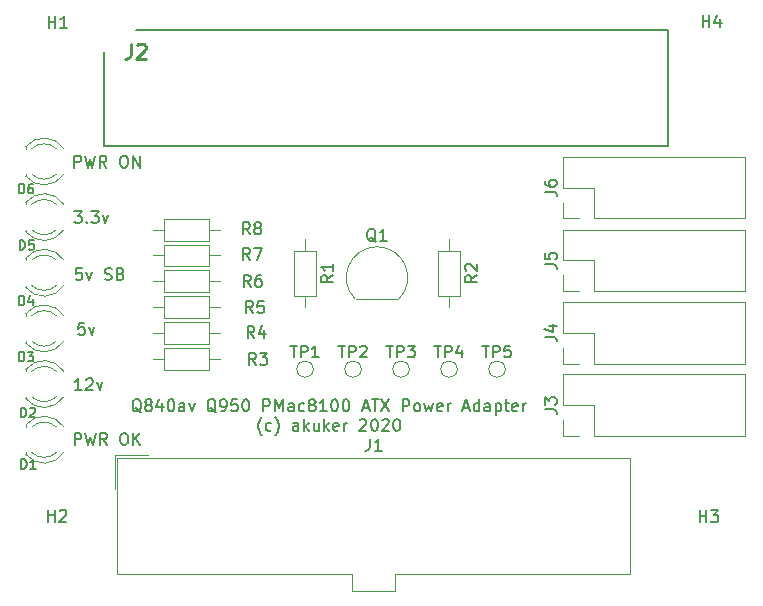
<source format=gbr>
%TF.GenerationSoftware,KiCad,Pcbnew,(5.1.6)-1*%
%TF.CreationDate,2020-09-16T20:02:01-05:00*%
%TF.ProjectId,asdf,61736466-2e6b-4696-9361-645f70636258,rev?*%
%TF.SameCoordinates,Original*%
%TF.FileFunction,Legend,Top*%
%TF.FilePolarity,Positive*%
%FSLAX46Y46*%
G04 Gerber Fmt 4.6, Leading zero omitted, Abs format (unit mm)*
G04 Created by KiCad (PCBNEW (5.1.6)-1) date 2020-09-16 20:02:01*
%MOMM*%
%LPD*%
G01*
G04 APERTURE LIST*
%ADD10C,0.150000*%
%ADD11C,0.120000*%
%ADD12C,0.200000*%
%ADD13C,0.254000*%
G04 APERTURE END LIST*
D10*
X82266238Y-92051619D02*
X82170999Y-92004000D01*
X82075761Y-91908761D01*
X81932904Y-91765904D01*
X81837666Y-91718285D01*
X81742428Y-91718285D01*
X81790047Y-91956380D02*
X81694809Y-91908761D01*
X81599571Y-91813523D01*
X81551952Y-91623047D01*
X81551952Y-91289714D01*
X81599571Y-91099238D01*
X81694809Y-91004000D01*
X81790047Y-90956380D01*
X81980523Y-90956380D01*
X82075761Y-91004000D01*
X82170999Y-91099238D01*
X82218619Y-91289714D01*
X82218619Y-91623047D01*
X82170999Y-91813523D01*
X82075761Y-91908761D01*
X81980523Y-91956380D01*
X81790047Y-91956380D01*
X82790047Y-91384952D02*
X82694809Y-91337333D01*
X82647190Y-91289714D01*
X82599571Y-91194476D01*
X82599571Y-91146857D01*
X82647190Y-91051619D01*
X82694809Y-91004000D01*
X82790047Y-90956380D01*
X82980523Y-90956380D01*
X83075761Y-91004000D01*
X83123380Y-91051619D01*
X83170999Y-91146857D01*
X83170999Y-91194476D01*
X83123380Y-91289714D01*
X83075761Y-91337333D01*
X82980523Y-91384952D01*
X82790047Y-91384952D01*
X82694809Y-91432571D01*
X82647190Y-91480190D01*
X82599571Y-91575428D01*
X82599571Y-91765904D01*
X82647190Y-91861142D01*
X82694809Y-91908761D01*
X82790047Y-91956380D01*
X82980523Y-91956380D01*
X83075761Y-91908761D01*
X83123380Y-91861142D01*
X83170999Y-91765904D01*
X83170999Y-91575428D01*
X83123380Y-91480190D01*
X83075761Y-91432571D01*
X82980523Y-91384952D01*
X84028142Y-91289714D02*
X84028142Y-91956380D01*
X83790047Y-90908761D02*
X83551952Y-91623047D01*
X84170999Y-91623047D01*
X84742428Y-90956380D02*
X84837666Y-90956380D01*
X84932904Y-91004000D01*
X84980523Y-91051619D01*
X85028142Y-91146857D01*
X85075761Y-91337333D01*
X85075761Y-91575428D01*
X85028142Y-91765904D01*
X84980523Y-91861142D01*
X84932904Y-91908761D01*
X84837666Y-91956380D01*
X84742428Y-91956380D01*
X84647190Y-91908761D01*
X84599571Y-91861142D01*
X84551952Y-91765904D01*
X84504333Y-91575428D01*
X84504333Y-91337333D01*
X84551952Y-91146857D01*
X84599571Y-91051619D01*
X84647190Y-91004000D01*
X84742428Y-90956380D01*
X85932904Y-91956380D02*
X85932904Y-91432571D01*
X85885285Y-91337333D01*
X85790047Y-91289714D01*
X85599571Y-91289714D01*
X85504333Y-91337333D01*
X85932904Y-91908761D02*
X85837666Y-91956380D01*
X85599571Y-91956380D01*
X85504333Y-91908761D01*
X85456714Y-91813523D01*
X85456714Y-91718285D01*
X85504333Y-91623047D01*
X85599571Y-91575428D01*
X85837666Y-91575428D01*
X85932904Y-91527809D01*
X86313857Y-91289714D02*
X86551952Y-91956380D01*
X86790047Y-91289714D01*
X88599571Y-92051619D02*
X88504333Y-92004000D01*
X88409095Y-91908761D01*
X88266238Y-91765904D01*
X88170999Y-91718285D01*
X88075761Y-91718285D01*
X88123380Y-91956380D02*
X88028142Y-91908761D01*
X87932904Y-91813523D01*
X87885285Y-91623047D01*
X87885285Y-91289714D01*
X87932904Y-91099238D01*
X88028142Y-91004000D01*
X88123380Y-90956380D01*
X88313857Y-90956380D01*
X88409095Y-91004000D01*
X88504333Y-91099238D01*
X88551952Y-91289714D01*
X88551952Y-91623047D01*
X88504333Y-91813523D01*
X88409095Y-91908761D01*
X88313857Y-91956380D01*
X88123380Y-91956380D01*
X89028142Y-91956380D02*
X89218619Y-91956380D01*
X89313857Y-91908761D01*
X89361476Y-91861142D01*
X89456714Y-91718285D01*
X89504333Y-91527809D01*
X89504333Y-91146857D01*
X89456714Y-91051619D01*
X89409095Y-91004000D01*
X89313857Y-90956380D01*
X89123380Y-90956380D01*
X89028142Y-91004000D01*
X88980523Y-91051619D01*
X88932904Y-91146857D01*
X88932904Y-91384952D01*
X88980523Y-91480190D01*
X89028142Y-91527809D01*
X89123380Y-91575428D01*
X89313857Y-91575428D01*
X89409095Y-91527809D01*
X89456714Y-91480190D01*
X89504333Y-91384952D01*
X90409095Y-90956380D02*
X89932904Y-90956380D01*
X89885285Y-91432571D01*
X89932904Y-91384952D01*
X90028142Y-91337333D01*
X90266238Y-91337333D01*
X90361476Y-91384952D01*
X90409095Y-91432571D01*
X90456714Y-91527809D01*
X90456714Y-91765904D01*
X90409095Y-91861142D01*
X90361476Y-91908761D01*
X90266238Y-91956380D01*
X90028142Y-91956380D01*
X89932904Y-91908761D01*
X89885285Y-91861142D01*
X91075761Y-90956380D02*
X91170999Y-90956380D01*
X91266238Y-91004000D01*
X91313857Y-91051619D01*
X91361476Y-91146857D01*
X91409095Y-91337333D01*
X91409095Y-91575428D01*
X91361476Y-91765904D01*
X91313857Y-91861142D01*
X91266238Y-91908761D01*
X91170999Y-91956380D01*
X91075761Y-91956380D01*
X90980523Y-91908761D01*
X90932904Y-91861142D01*
X90885285Y-91765904D01*
X90837666Y-91575428D01*
X90837666Y-91337333D01*
X90885285Y-91146857D01*
X90932904Y-91051619D01*
X90980523Y-91004000D01*
X91075761Y-90956380D01*
X92599571Y-91956380D02*
X92599571Y-90956380D01*
X92980523Y-90956380D01*
X93075761Y-91004000D01*
X93123380Y-91051619D01*
X93170999Y-91146857D01*
X93170999Y-91289714D01*
X93123380Y-91384952D01*
X93075761Y-91432571D01*
X92980523Y-91480190D01*
X92599571Y-91480190D01*
X93599571Y-91956380D02*
X93599571Y-90956380D01*
X93932904Y-91670666D01*
X94266238Y-90956380D01*
X94266238Y-91956380D01*
X95170999Y-91956380D02*
X95170999Y-91432571D01*
X95123380Y-91337333D01*
X95028142Y-91289714D01*
X94837666Y-91289714D01*
X94742428Y-91337333D01*
X95170999Y-91908761D02*
X95075761Y-91956380D01*
X94837666Y-91956380D01*
X94742428Y-91908761D01*
X94694809Y-91813523D01*
X94694809Y-91718285D01*
X94742428Y-91623047D01*
X94837666Y-91575428D01*
X95075761Y-91575428D01*
X95170999Y-91527809D01*
X96075761Y-91908761D02*
X95980523Y-91956380D01*
X95790047Y-91956380D01*
X95694809Y-91908761D01*
X95647190Y-91861142D01*
X95599571Y-91765904D01*
X95599571Y-91480190D01*
X95647190Y-91384952D01*
X95694809Y-91337333D01*
X95790047Y-91289714D01*
X95980523Y-91289714D01*
X96075761Y-91337333D01*
X96647190Y-91384952D02*
X96551952Y-91337333D01*
X96504333Y-91289714D01*
X96456714Y-91194476D01*
X96456714Y-91146857D01*
X96504333Y-91051619D01*
X96551952Y-91004000D01*
X96647190Y-90956380D01*
X96837666Y-90956380D01*
X96932904Y-91004000D01*
X96980523Y-91051619D01*
X97028142Y-91146857D01*
X97028142Y-91194476D01*
X96980523Y-91289714D01*
X96932904Y-91337333D01*
X96837666Y-91384952D01*
X96647190Y-91384952D01*
X96551952Y-91432571D01*
X96504333Y-91480190D01*
X96456714Y-91575428D01*
X96456714Y-91765904D01*
X96504333Y-91861142D01*
X96551952Y-91908761D01*
X96647190Y-91956380D01*
X96837666Y-91956380D01*
X96932904Y-91908761D01*
X96980523Y-91861142D01*
X97028142Y-91765904D01*
X97028142Y-91575428D01*
X96980523Y-91480190D01*
X96932904Y-91432571D01*
X96837666Y-91384952D01*
X97980523Y-91956380D02*
X97409095Y-91956380D01*
X97694809Y-91956380D02*
X97694809Y-90956380D01*
X97599571Y-91099238D01*
X97504333Y-91194476D01*
X97409095Y-91242095D01*
X98599571Y-90956380D02*
X98694809Y-90956380D01*
X98790047Y-91004000D01*
X98837666Y-91051619D01*
X98885285Y-91146857D01*
X98932904Y-91337333D01*
X98932904Y-91575428D01*
X98885285Y-91765904D01*
X98837666Y-91861142D01*
X98790047Y-91908761D01*
X98694809Y-91956380D01*
X98599571Y-91956380D01*
X98504333Y-91908761D01*
X98456714Y-91861142D01*
X98409095Y-91765904D01*
X98361476Y-91575428D01*
X98361476Y-91337333D01*
X98409095Y-91146857D01*
X98456714Y-91051619D01*
X98504333Y-91004000D01*
X98599571Y-90956380D01*
X99551952Y-90956380D02*
X99647190Y-90956380D01*
X99742428Y-91004000D01*
X99790047Y-91051619D01*
X99837666Y-91146857D01*
X99885285Y-91337333D01*
X99885285Y-91575428D01*
X99837666Y-91765904D01*
X99790047Y-91861142D01*
X99742428Y-91908761D01*
X99647190Y-91956380D01*
X99551952Y-91956380D01*
X99456714Y-91908761D01*
X99409095Y-91861142D01*
X99361476Y-91765904D01*
X99313857Y-91575428D01*
X99313857Y-91337333D01*
X99361476Y-91146857D01*
X99409095Y-91051619D01*
X99456714Y-91004000D01*
X99551952Y-90956380D01*
X101028142Y-91670666D02*
X101504333Y-91670666D01*
X100932904Y-91956380D02*
X101266238Y-90956380D01*
X101599571Y-91956380D01*
X101790047Y-90956380D02*
X102361476Y-90956380D01*
X102075761Y-91956380D02*
X102075761Y-90956380D01*
X102599571Y-90956380D02*
X103266238Y-91956380D01*
X103266238Y-90956380D02*
X102599571Y-91956380D01*
X104409095Y-91956380D02*
X104409095Y-90956380D01*
X104790047Y-90956380D01*
X104885285Y-91004000D01*
X104932904Y-91051619D01*
X104980523Y-91146857D01*
X104980523Y-91289714D01*
X104932904Y-91384952D01*
X104885285Y-91432571D01*
X104790047Y-91480190D01*
X104409095Y-91480190D01*
X105551952Y-91956380D02*
X105456714Y-91908761D01*
X105409095Y-91861142D01*
X105361476Y-91765904D01*
X105361476Y-91480190D01*
X105409095Y-91384952D01*
X105456714Y-91337333D01*
X105551952Y-91289714D01*
X105694809Y-91289714D01*
X105790047Y-91337333D01*
X105837666Y-91384952D01*
X105885285Y-91480190D01*
X105885285Y-91765904D01*
X105837666Y-91861142D01*
X105790047Y-91908761D01*
X105694809Y-91956380D01*
X105551952Y-91956380D01*
X106218619Y-91289714D02*
X106409095Y-91956380D01*
X106599571Y-91480190D01*
X106790047Y-91956380D01*
X106980523Y-91289714D01*
X107742428Y-91908761D02*
X107647190Y-91956380D01*
X107456714Y-91956380D01*
X107361476Y-91908761D01*
X107313857Y-91813523D01*
X107313857Y-91432571D01*
X107361476Y-91337333D01*
X107456714Y-91289714D01*
X107647190Y-91289714D01*
X107742428Y-91337333D01*
X107790047Y-91432571D01*
X107790047Y-91527809D01*
X107313857Y-91623047D01*
X108218619Y-91956380D02*
X108218619Y-91289714D01*
X108218619Y-91480190D02*
X108266238Y-91384952D01*
X108313857Y-91337333D01*
X108409095Y-91289714D01*
X108504333Y-91289714D01*
X109551952Y-91670666D02*
X110028142Y-91670666D01*
X109456714Y-91956380D02*
X109790047Y-90956380D01*
X110123380Y-91956380D01*
X110885285Y-91956380D02*
X110885285Y-90956380D01*
X110885285Y-91908761D02*
X110790047Y-91956380D01*
X110599571Y-91956380D01*
X110504333Y-91908761D01*
X110456714Y-91861142D01*
X110409095Y-91765904D01*
X110409095Y-91480190D01*
X110456714Y-91384952D01*
X110504333Y-91337333D01*
X110599571Y-91289714D01*
X110790047Y-91289714D01*
X110885285Y-91337333D01*
X111790047Y-91956380D02*
X111790047Y-91432571D01*
X111742428Y-91337333D01*
X111647190Y-91289714D01*
X111456714Y-91289714D01*
X111361476Y-91337333D01*
X111790047Y-91908761D02*
X111694809Y-91956380D01*
X111456714Y-91956380D01*
X111361476Y-91908761D01*
X111313857Y-91813523D01*
X111313857Y-91718285D01*
X111361476Y-91623047D01*
X111456714Y-91575428D01*
X111694809Y-91575428D01*
X111790047Y-91527809D01*
X112266238Y-91289714D02*
X112266238Y-92289714D01*
X112266238Y-91337333D02*
X112361476Y-91289714D01*
X112551952Y-91289714D01*
X112647190Y-91337333D01*
X112694809Y-91384952D01*
X112742428Y-91480190D01*
X112742428Y-91765904D01*
X112694809Y-91861142D01*
X112647190Y-91908761D01*
X112551952Y-91956380D01*
X112361476Y-91956380D01*
X112266238Y-91908761D01*
X113028142Y-91289714D02*
X113409095Y-91289714D01*
X113170999Y-90956380D02*
X113170999Y-91813523D01*
X113218619Y-91908761D01*
X113313857Y-91956380D01*
X113409095Y-91956380D01*
X114123380Y-91908761D02*
X114028142Y-91956380D01*
X113837666Y-91956380D01*
X113742428Y-91908761D01*
X113694809Y-91813523D01*
X113694809Y-91432571D01*
X113742428Y-91337333D01*
X113837666Y-91289714D01*
X114028142Y-91289714D01*
X114123380Y-91337333D01*
X114170999Y-91432571D01*
X114170999Y-91527809D01*
X113694809Y-91623047D01*
X114599571Y-91956380D02*
X114599571Y-91289714D01*
X114599571Y-91480190D02*
X114647190Y-91384952D01*
X114694809Y-91337333D01*
X114790047Y-91289714D01*
X114885285Y-91289714D01*
X92480523Y-93987333D02*
X92432904Y-93939714D01*
X92337666Y-93796857D01*
X92290047Y-93701619D01*
X92242428Y-93558761D01*
X92194809Y-93320666D01*
X92194809Y-93130190D01*
X92242428Y-92892095D01*
X92290047Y-92749238D01*
X92337666Y-92654000D01*
X92432904Y-92511142D01*
X92480523Y-92463523D01*
X93290047Y-93558761D02*
X93194809Y-93606380D01*
X93004333Y-93606380D01*
X92909095Y-93558761D01*
X92861476Y-93511142D01*
X92813857Y-93415904D01*
X92813857Y-93130190D01*
X92861476Y-93034952D01*
X92909095Y-92987333D01*
X93004333Y-92939714D01*
X93194809Y-92939714D01*
X93290047Y-92987333D01*
X93623380Y-93987333D02*
X93671000Y-93939714D01*
X93766238Y-93796857D01*
X93813857Y-93701619D01*
X93861476Y-93558761D01*
X93909095Y-93320666D01*
X93909095Y-93130190D01*
X93861476Y-92892095D01*
X93813857Y-92749238D01*
X93766238Y-92654000D01*
X93671000Y-92511142D01*
X93623380Y-92463523D01*
X95575761Y-93606380D02*
X95575761Y-93082571D01*
X95528142Y-92987333D01*
X95432904Y-92939714D01*
X95242428Y-92939714D01*
X95147190Y-92987333D01*
X95575761Y-93558761D02*
X95480523Y-93606380D01*
X95242428Y-93606380D01*
X95147190Y-93558761D01*
X95099571Y-93463523D01*
X95099571Y-93368285D01*
X95147190Y-93273047D01*
X95242428Y-93225428D01*
X95480523Y-93225428D01*
X95575761Y-93177809D01*
X96051952Y-93606380D02*
X96051952Y-92606380D01*
X96147190Y-93225428D02*
X96432904Y-93606380D01*
X96432904Y-92939714D02*
X96051952Y-93320666D01*
X97290047Y-92939714D02*
X97290047Y-93606380D01*
X96861476Y-92939714D02*
X96861476Y-93463523D01*
X96909095Y-93558761D01*
X97004333Y-93606380D01*
X97147190Y-93606380D01*
X97242428Y-93558761D01*
X97290047Y-93511142D01*
X97766238Y-93606380D02*
X97766238Y-92606380D01*
X97861476Y-93225428D02*
X98147190Y-93606380D01*
X98147190Y-92939714D02*
X97766238Y-93320666D01*
X98956714Y-93558761D02*
X98861476Y-93606380D01*
X98671000Y-93606380D01*
X98575761Y-93558761D01*
X98528142Y-93463523D01*
X98528142Y-93082571D01*
X98575761Y-92987333D01*
X98671000Y-92939714D01*
X98861476Y-92939714D01*
X98956714Y-92987333D01*
X99004333Y-93082571D01*
X99004333Y-93177809D01*
X98528142Y-93273047D01*
X99432904Y-93606380D02*
X99432904Y-92939714D01*
X99432904Y-93130190D02*
X99480523Y-93034952D01*
X99528142Y-92987333D01*
X99623380Y-92939714D01*
X99718619Y-92939714D01*
X100766238Y-92701619D02*
X100813857Y-92654000D01*
X100909095Y-92606380D01*
X101147190Y-92606380D01*
X101242428Y-92654000D01*
X101290047Y-92701619D01*
X101337666Y-92796857D01*
X101337666Y-92892095D01*
X101290047Y-93034952D01*
X100718619Y-93606380D01*
X101337666Y-93606380D01*
X101956714Y-92606380D02*
X102051952Y-92606380D01*
X102147190Y-92654000D01*
X102194809Y-92701619D01*
X102242428Y-92796857D01*
X102290047Y-92987333D01*
X102290047Y-93225428D01*
X102242428Y-93415904D01*
X102194809Y-93511142D01*
X102147190Y-93558761D01*
X102051952Y-93606380D01*
X101956714Y-93606380D01*
X101861476Y-93558761D01*
X101813857Y-93511142D01*
X101766238Y-93415904D01*
X101718619Y-93225428D01*
X101718619Y-92987333D01*
X101766238Y-92796857D01*
X101813857Y-92701619D01*
X101861476Y-92654000D01*
X101956714Y-92606380D01*
X102671000Y-92701619D02*
X102718619Y-92654000D01*
X102813857Y-92606380D01*
X103051952Y-92606380D01*
X103147190Y-92654000D01*
X103194809Y-92701619D01*
X103242428Y-92796857D01*
X103242428Y-92892095D01*
X103194809Y-93034952D01*
X102623380Y-93606380D01*
X103242428Y-93606380D01*
X103861476Y-92606380D02*
X103956714Y-92606380D01*
X104051952Y-92654000D01*
X104099571Y-92701619D01*
X104147190Y-92796857D01*
X104194809Y-92987333D01*
X104194809Y-93225428D01*
X104147190Y-93415904D01*
X104099571Y-93511142D01*
X104051952Y-93558761D01*
X103956714Y-93606380D01*
X103861476Y-93606380D01*
X103766238Y-93558761D01*
X103718619Y-93511142D01*
X103671000Y-93415904D01*
X103623380Y-93225428D01*
X103623380Y-92987333D01*
X103671000Y-92796857D01*
X103718619Y-92701619D01*
X103766238Y-92654000D01*
X103861476Y-92606380D01*
X76636904Y-94813380D02*
X76636904Y-93813380D01*
X77017857Y-93813380D01*
X77113095Y-93861000D01*
X77160714Y-93908619D01*
X77208333Y-94003857D01*
X77208333Y-94146714D01*
X77160714Y-94241952D01*
X77113095Y-94289571D01*
X77017857Y-94337190D01*
X76636904Y-94337190D01*
X77541666Y-93813380D02*
X77779761Y-94813380D01*
X77970238Y-94099095D01*
X78160714Y-94813380D01*
X78398809Y-93813380D01*
X79351190Y-94813380D02*
X79017857Y-94337190D01*
X78779761Y-94813380D02*
X78779761Y-93813380D01*
X79160714Y-93813380D01*
X79255952Y-93861000D01*
X79303571Y-93908619D01*
X79351190Y-94003857D01*
X79351190Y-94146714D01*
X79303571Y-94241952D01*
X79255952Y-94289571D01*
X79160714Y-94337190D01*
X78779761Y-94337190D01*
X80732142Y-93813380D02*
X80922619Y-93813380D01*
X81017857Y-93861000D01*
X81113095Y-93956238D01*
X81160714Y-94146714D01*
X81160714Y-94480047D01*
X81113095Y-94670523D01*
X81017857Y-94765761D01*
X80922619Y-94813380D01*
X80732142Y-94813380D01*
X80636904Y-94765761D01*
X80541666Y-94670523D01*
X80494047Y-94480047D01*
X80494047Y-94146714D01*
X80541666Y-93956238D01*
X80636904Y-93861000D01*
X80732142Y-93813380D01*
X81589285Y-94813380D02*
X81589285Y-93813380D01*
X82160714Y-94813380D02*
X81732142Y-94241952D01*
X82160714Y-93813380D02*
X81589285Y-94384809D01*
X77216071Y-90177880D02*
X76644642Y-90177880D01*
X76930357Y-90177880D02*
X76930357Y-89177880D01*
X76835119Y-89320738D01*
X76739880Y-89415976D01*
X76644642Y-89463595D01*
X77597023Y-89273119D02*
X77644642Y-89225500D01*
X77739880Y-89177880D01*
X77977976Y-89177880D01*
X78073214Y-89225500D01*
X78120833Y-89273119D01*
X78168452Y-89368357D01*
X78168452Y-89463595D01*
X78120833Y-89606452D01*
X77549404Y-90177880D01*
X78168452Y-90177880D01*
X78501785Y-89511214D02*
X78739880Y-90177880D01*
X78977976Y-89511214D01*
X77454142Y-84478880D02*
X76977952Y-84478880D01*
X76930333Y-84955071D01*
X76977952Y-84907452D01*
X77073190Y-84859833D01*
X77311285Y-84859833D01*
X77406523Y-84907452D01*
X77454142Y-84955071D01*
X77501761Y-85050309D01*
X77501761Y-85288404D01*
X77454142Y-85383642D01*
X77406523Y-85431261D01*
X77311285Y-85478880D01*
X77073190Y-85478880D01*
X76977952Y-85431261D01*
X76930333Y-85383642D01*
X77835095Y-84812214D02*
X78073190Y-85478880D01*
X78311285Y-84812214D01*
X77240000Y-79843380D02*
X76763809Y-79843380D01*
X76716190Y-80319571D01*
X76763809Y-80271952D01*
X76859047Y-80224333D01*
X77097142Y-80224333D01*
X77192380Y-80271952D01*
X77240000Y-80319571D01*
X77287619Y-80414809D01*
X77287619Y-80652904D01*
X77240000Y-80748142D01*
X77192380Y-80795761D01*
X77097142Y-80843380D01*
X76859047Y-80843380D01*
X76763809Y-80795761D01*
X76716190Y-80748142D01*
X77620952Y-80176714D02*
X77859047Y-80843380D01*
X78097142Y-80176714D01*
X79192380Y-80795761D02*
X79335238Y-80843380D01*
X79573333Y-80843380D01*
X79668571Y-80795761D01*
X79716190Y-80748142D01*
X79763809Y-80652904D01*
X79763809Y-80557666D01*
X79716190Y-80462428D01*
X79668571Y-80414809D01*
X79573333Y-80367190D01*
X79382857Y-80319571D01*
X79287619Y-80271952D01*
X79240000Y-80224333D01*
X79192380Y-80129095D01*
X79192380Y-80033857D01*
X79240000Y-79938619D01*
X79287619Y-79891000D01*
X79382857Y-79843380D01*
X79620952Y-79843380D01*
X79763809Y-79891000D01*
X80525714Y-80319571D02*
X80668571Y-80367190D01*
X80716190Y-80414809D01*
X80763809Y-80510047D01*
X80763809Y-80652904D01*
X80716190Y-80748142D01*
X80668571Y-80795761D01*
X80573333Y-80843380D01*
X80192380Y-80843380D01*
X80192380Y-79843380D01*
X80525714Y-79843380D01*
X80620952Y-79891000D01*
X80668571Y-79938619D01*
X80716190Y-80033857D01*
X80716190Y-80129095D01*
X80668571Y-80224333D01*
X80620952Y-80271952D01*
X80525714Y-80319571D01*
X80192380Y-80319571D01*
X76612928Y-75017380D02*
X77231976Y-75017380D01*
X76898642Y-75398333D01*
X77041500Y-75398333D01*
X77136738Y-75445952D01*
X77184357Y-75493571D01*
X77231976Y-75588809D01*
X77231976Y-75826904D01*
X77184357Y-75922142D01*
X77136738Y-75969761D01*
X77041500Y-76017380D01*
X76755785Y-76017380D01*
X76660547Y-75969761D01*
X76612928Y-75922142D01*
X77660547Y-75922142D02*
X77708166Y-75969761D01*
X77660547Y-76017380D01*
X77612928Y-75969761D01*
X77660547Y-75922142D01*
X77660547Y-76017380D01*
X78041500Y-75017380D02*
X78660547Y-75017380D01*
X78327214Y-75398333D01*
X78470071Y-75398333D01*
X78565309Y-75445952D01*
X78612928Y-75493571D01*
X78660547Y-75588809D01*
X78660547Y-75826904D01*
X78612928Y-75922142D01*
X78565309Y-75969761D01*
X78470071Y-76017380D01*
X78184357Y-76017380D01*
X78089119Y-75969761D01*
X78041500Y-75922142D01*
X78993880Y-75350714D02*
X79231976Y-76017380D01*
X79470071Y-75350714D01*
X76613095Y-71318380D02*
X76613095Y-70318380D01*
X76994047Y-70318380D01*
X77089285Y-70366000D01*
X77136904Y-70413619D01*
X77184523Y-70508857D01*
X77184523Y-70651714D01*
X77136904Y-70746952D01*
X77089285Y-70794571D01*
X76994047Y-70842190D01*
X76613095Y-70842190D01*
X77517857Y-70318380D02*
X77755952Y-71318380D01*
X77946428Y-70604095D01*
X78136904Y-71318380D01*
X78375000Y-70318380D01*
X79327380Y-71318380D02*
X78994047Y-70842190D01*
X78755952Y-71318380D02*
X78755952Y-70318380D01*
X79136904Y-70318380D01*
X79232142Y-70366000D01*
X79279761Y-70413619D01*
X79327380Y-70508857D01*
X79327380Y-70651714D01*
X79279761Y-70746952D01*
X79232142Y-70794571D01*
X79136904Y-70842190D01*
X78755952Y-70842190D01*
X80708333Y-70318380D02*
X80898809Y-70318380D01*
X80994047Y-70366000D01*
X81089285Y-70461238D01*
X81136904Y-70651714D01*
X81136904Y-70985047D01*
X81089285Y-71175523D01*
X80994047Y-71270761D01*
X80898809Y-71318380D01*
X80708333Y-71318380D01*
X80613095Y-71270761D01*
X80517857Y-71175523D01*
X80470238Y-70985047D01*
X80470238Y-70651714D01*
X80517857Y-70461238D01*
X80613095Y-70366000D01*
X80708333Y-70318380D01*
X81565476Y-71318380D02*
X81565476Y-70318380D01*
X82136904Y-71318380D01*
X82136904Y-70318380D01*
D11*
%TO.C,J6*%
X133346500Y-75625000D02*
X133346500Y-70425000D01*
X120586500Y-75625000D02*
X133346500Y-75625000D01*
X117986500Y-70425000D02*
X133346500Y-70425000D01*
X120586500Y-75625000D02*
X120586500Y-73025000D01*
X120586500Y-73025000D02*
X117986500Y-73025000D01*
X117986500Y-73025000D02*
X117986500Y-70425000D01*
X119316500Y-75625000D02*
X117986500Y-75625000D01*
X117986500Y-75625000D02*
X117986500Y-74295000D01*
%TO.C,J5*%
X133346500Y-81784500D02*
X133346500Y-76584500D01*
X120586500Y-81784500D02*
X133346500Y-81784500D01*
X117986500Y-76584500D02*
X133346500Y-76584500D01*
X120586500Y-81784500D02*
X120586500Y-79184500D01*
X120586500Y-79184500D02*
X117986500Y-79184500D01*
X117986500Y-79184500D02*
X117986500Y-76584500D01*
X119316500Y-81784500D02*
X117986500Y-81784500D01*
X117986500Y-81784500D02*
X117986500Y-80454500D01*
%TO.C,J4*%
X133346500Y-87919500D02*
X133346500Y-82719500D01*
X120586500Y-87919500D02*
X133346500Y-87919500D01*
X117986500Y-82719500D02*
X133346500Y-82719500D01*
X120586500Y-87919500D02*
X120586500Y-85319500D01*
X120586500Y-85319500D02*
X117986500Y-85319500D01*
X117986500Y-85319500D02*
X117986500Y-82719500D01*
X119316500Y-87919500D02*
X117986500Y-87919500D01*
X117986500Y-87919500D02*
X117986500Y-86589500D01*
%TO.C,J3*%
X133346500Y-94040000D02*
X133346500Y-88840000D01*
X120586500Y-94040000D02*
X133346500Y-94040000D01*
X117986500Y-88840000D02*
X133346500Y-88840000D01*
X120586500Y-94040000D02*
X120586500Y-91440000D01*
X120586500Y-91440000D02*
X117986500Y-91440000D01*
X117986500Y-91440000D02*
X117986500Y-88840000D01*
X119316500Y-94040000D02*
X117986500Y-94040000D01*
X117986500Y-94040000D02*
X117986500Y-92710000D01*
%TO.C,TP5*%
X113095000Y-88392000D02*
G75*
G03*
X113095000Y-88392000I-700000J0D01*
G01*
%TO.C,TP4*%
X109031000Y-88392000D02*
G75*
G03*
X109031000Y-88392000I-700000J0D01*
G01*
%TO.C,TP3*%
X104967000Y-88392000D02*
G75*
G03*
X104967000Y-88392000I-700000J0D01*
G01*
%TO.C,TP2*%
X100903000Y-88392000D02*
G75*
G03*
X100903000Y-88392000I-700000J0D01*
G01*
%TO.C,TP1*%
X96839000Y-88392000D02*
G75*
G03*
X96839000Y-88392000I-700000J0D01*
G01*
%TO.C,R8*%
X88026000Y-77501000D02*
X88026000Y-75661000D01*
X88026000Y-75661000D02*
X84186000Y-75661000D01*
X84186000Y-75661000D02*
X84186000Y-77501000D01*
X84186000Y-77501000D02*
X88026000Y-77501000D01*
X88976000Y-76581000D02*
X88026000Y-76581000D01*
X83236000Y-76581000D02*
X84186000Y-76581000D01*
%TO.C,R7*%
X88026000Y-79685400D02*
X88026000Y-77845400D01*
X88026000Y-77845400D02*
X84186000Y-77845400D01*
X84186000Y-77845400D02*
X84186000Y-79685400D01*
X84186000Y-79685400D02*
X88026000Y-79685400D01*
X88976000Y-78765400D02*
X88026000Y-78765400D01*
X83236000Y-78765400D02*
X84186000Y-78765400D01*
%TO.C,R6*%
X88026000Y-81869800D02*
X88026000Y-80029800D01*
X88026000Y-80029800D02*
X84186000Y-80029800D01*
X84186000Y-80029800D02*
X84186000Y-81869800D01*
X84186000Y-81869800D02*
X88026000Y-81869800D01*
X88976000Y-80949800D02*
X88026000Y-80949800D01*
X83236000Y-80949800D02*
X84186000Y-80949800D01*
%TO.C,R5*%
X88026000Y-84054200D02*
X88026000Y-82214200D01*
X88026000Y-82214200D02*
X84186000Y-82214200D01*
X84186000Y-82214200D02*
X84186000Y-84054200D01*
X84186000Y-84054200D02*
X88026000Y-84054200D01*
X88976000Y-83134200D02*
X88026000Y-83134200D01*
X83236000Y-83134200D02*
X84186000Y-83134200D01*
%TO.C,R4*%
X88026000Y-86238600D02*
X88026000Y-84398600D01*
X88026000Y-84398600D02*
X84186000Y-84398600D01*
X84186000Y-84398600D02*
X84186000Y-86238600D01*
X84186000Y-86238600D02*
X88026000Y-86238600D01*
X88976000Y-85318600D02*
X88026000Y-85318600D01*
X83236000Y-85318600D02*
X84186000Y-85318600D01*
%TO.C,R3*%
X88026000Y-88423000D02*
X88026000Y-86583000D01*
X88026000Y-86583000D02*
X84186000Y-86583000D01*
X84186000Y-86583000D02*
X84186000Y-88423000D01*
X84186000Y-88423000D02*
X88026000Y-88423000D01*
X88976000Y-87503000D02*
X88026000Y-87503000D01*
X83236000Y-87503000D02*
X84186000Y-87503000D01*
%TO.C,R2*%
X109251000Y-78344000D02*
X107411000Y-78344000D01*
X107411000Y-78344000D02*
X107411000Y-82184000D01*
X107411000Y-82184000D02*
X109251000Y-82184000D01*
X109251000Y-82184000D02*
X109251000Y-78344000D01*
X108331000Y-77394000D02*
X108331000Y-78344000D01*
X108331000Y-83134000D02*
X108331000Y-82184000D01*
%TO.C,R1*%
X97059000Y-78344000D02*
X95219000Y-78344000D01*
X95219000Y-78344000D02*
X95219000Y-82184000D01*
X95219000Y-82184000D02*
X97059000Y-82184000D01*
X97059000Y-82184000D02*
X97059000Y-78344000D01*
X96139000Y-77394000D02*
X96139000Y-78344000D01*
X96139000Y-83134000D02*
X96139000Y-82184000D01*
%TO.C,Q1*%
X104073478Y-82462478D02*
G75*
G03*
X102235000Y-78024000I-1838478J1838478D01*
G01*
X100396522Y-82462478D02*
G75*
G02*
X102235000Y-78024000I1838478J1838478D01*
G01*
X100435000Y-82474000D02*
X104035000Y-82474000D01*
%TO.C,D6*%
X75082130Y-71882337D02*
G75*
G02*
X73000039Y-71882500I-1041130J1079837D01*
G01*
X75082130Y-69722663D02*
G75*
G03*
X73000039Y-69722500I-1041130J-1079837D01*
G01*
X75713335Y-71881108D02*
G75*
G02*
X72481000Y-72038016I-1672335J1078608D01*
G01*
X75713335Y-69723892D02*
G75*
G03*
X72481000Y-69566984I-1672335J-1078608D01*
G01*
X72481000Y-69566500D02*
X72481000Y-69722500D01*
X72481000Y-71882500D02*
X72481000Y-72038500D01*
%TO.C,D5*%
X75082130Y-76594037D02*
G75*
G02*
X73000039Y-76594200I-1041130J1079837D01*
G01*
X75082130Y-74434363D02*
G75*
G03*
X73000039Y-74434200I-1041130J-1079837D01*
G01*
X75713335Y-76592808D02*
G75*
G02*
X72481000Y-76749716I-1672335J1078608D01*
G01*
X75713335Y-74435592D02*
G75*
G03*
X72481000Y-74278684I-1672335J-1078608D01*
G01*
X72481000Y-74278200D02*
X72481000Y-74434200D01*
X72481000Y-76594200D02*
X72481000Y-76750200D01*
%TO.C,D4*%
X75082130Y-81305737D02*
G75*
G02*
X73000039Y-81305900I-1041130J1079837D01*
G01*
X75082130Y-79146063D02*
G75*
G03*
X73000039Y-79145900I-1041130J-1079837D01*
G01*
X75713335Y-81304508D02*
G75*
G02*
X72481000Y-81461416I-1672335J1078608D01*
G01*
X75713335Y-79147292D02*
G75*
G03*
X72481000Y-78990384I-1672335J-1078608D01*
G01*
X72481000Y-78989900D02*
X72481000Y-79145900D01*
X72481000Y-81305900D02*
X72481000Y-81461900D01*
%TO.C,D3*%
X75082130Y-86017437D02*
G75*
G02*
X73000039Y-86017600I-1041130J1079837D01*
G01*
X75082130Y-83857763D02*
G75*
G03*
X73000039Y-83857600I-1041130J-1079837D01*
G01*
X75713335Y-86016208D02*
G75*
G02*
X72481000Y-86173116I-1672335J1078608D01*
G01*
X75713335Y-83858992D02*
G75*
G03*
X72481000Y-83702084I-1672335J-1078608D01*
G01*
X72481000Y-83701600D02*
X72481000Y-83857600D01*
X72481000Y-86017600D02*
X72481000Y-86173600D01*
%TO.C,D2*%
X75082130Y-90729137D02*
G75*
G02*
X73000039Y-90729300I-1041130J1079837D01*
G01*
X75082130Y-88569463D02*
G75*
G03*
X73000039Y-88569300I-1041130J-1079837D01*
G01*
X75713335Y-90727908D02*
G75*
G02*
X72481000Y-90884816I-1672335J1078608D01*
G01*
X75713335Y-88570692D02*
G75*
G03*
X72481000Y-88413784I-1672335J-1078608D01*
G01*
X72481000Y-88413300D02*
X72481000Y-88569300D01*
X72481000Y-90729300D02*
X72481000Y-90885300D01*
%TO.C,D1*%
X75082130Y-95440837D02*
G75*
G02*
X73000039Y-95441000I-1041130J1079837D01*
G01*
X75082130Y-93281163D02*
G75*
G03*
X73000039Y-93281000I-1041130J-1079837D01*
G01*
X75713335Y-95439608D02*
G75*
G02*
X72481000Y-95596516I-1672335J1078608D01*
G01*
X75713335Y-93282392D02*
G75*
G03*
X72481000Y-93125484I-1672335J-1078608D01*
G01*
X72481000Y-93125000D02*
X72481000Y-93281000D01*
X72481000Y-95441000D02*
X72481000Y-95597000D01*
D12*
%TO.C,J2*%
X79088000Y-69481500D02*
X79088000Y-61531500D01*
X126888000Y-69481500D02*
X79088000Y-69481500D01*
X126888000Y-59681500D02*
X126888000Y-69481500D01*
X81788000Y-59681500D02*
X126888000Y-59681500D01*
D11*
%TO.C,J1*%
X80008000Y-95698000D02*
X80008000Y-98548000D01*
X82858000Y-95698000D02*
X80008000Y-95698000D01*
X103768000Y-107158000D02*
X101958000Y-107158000D01*
X103768000Y-105758000D02*
X103768000Y-107158000D01*
X123668000Y-105758000D02*
X103768000Y-105758000D01*
X123668000Y-95938000D02*
X123668000Y-105758000D01*
X101958000Y-95938000D02*
X123668000Y-95938000D01*
X100148000Y-107158000D02*
X101958000Y-107158000D01*
X100148000Y-105758000D02*
X100148000Y-107158000D01*
X80248000Y-105758000D02*
X100148000Y-105758000D01*
X80248000Y-95938000D02*
X80248000Y-105758000D01*
X101958000Y-95938000D02*
X80248000Y-95938000D01*
%TO.C,H4*%
D10*
X129794095Y-59426880D02*
X129794095Y-58426880D01*
X129794095Y-58903071D02*
X130365523Y-58903071D01*
X130365523Y-59426880D02*
X130365523Y-58426880D01*
X131270285Y-58760214D02*
X131270285Y-59426880D01*
X131032190Y-58379261D02*
X130794095Y-59093547D01*
X131413142Y-59093547D01*
%TO.C,H3*%
X129540095Y-101336880D02*
X129540095Y-100336880D01*
X129540095Y-100813071D02*
X130111523Y-100813071D01*
X130111523Y-101336880D02*
X130111523Y-100336880D01*
X130492476Y-100336880D02*
X131111523Y-100336880D01*
X130778190Y-100717833D01*
X130921047Y-100717833D01*
X131016285Y-100765452D01*
X131063904Y-100813071D01*
X131111523Y-100908309D01*
X131111523Y-101146404D01*
X131063904Y-101241642D01*
X131016285Y-101289261D01*
X130921047Y-101336880D01*
X130635333Y-101336880D01*
X130540095Y-101289261D01*
X130492476Y-101241642D01*
%TO.C,H2*%
X74358595Y-101301880D02*
X74358595Y-100301880D01*
X74358595Y-100778071D02*
X74930023Y-100778071D01*
X74930023Y-101301880D02*
X74930023Y-100301880D01*
X75358595Y-100397119D02*
X75406214Y-100349500D01*
X75501452Y-100301880D01*
X75739547Y-100301880D01*
X75834785Y-100349500D01*
X75882404Y-100397119D01*
X75930023Y-100492357D01*
X75930023Y-100587595D01*
X75882404Y-100730452D01*
X75310976Y-101301880D01*
X75930023Y-101301880D01*
%TO.C,H1*%
X74422095Y-59490380D02*
X74422095Y-58490380D01*
X74422095Y-58966571D02*
X74993523Y-58966571D01*
X74993523Y-59490380D02*
X74993523Y-58490380D01*
X75993523Y-59490380D02*
X75422095Y-59490380D01*
X75707809Y-59490380D02*
X75707809Y-58490380D01*
X75612571Y-58633238D01*
X75517333Y-58728476D01*
X75422095Y-58776095D01*
%TO.C,J6*%
X116438880Y-73358333D02*
X117153166Y-73358333D01*
X117296023Y-73405952D01*
X117391261Y-73501190D01*
X117438880Y-73644047D01*
X117438880Y-73739285D01*
X116438880Y-72453571D02*
X116438880Y-72644047D01*
X116486500Y-72739285D01*
X116534119Y-72786904D01*
X116676976Y-72882142D01*
X116867452Y-72929761D01*
X117248404Y-72929761D01*
X117343642Y-72882142D01*
X117391261Y-72834523D01*
X117438880Y-72739285D01*
X117438880Y-72548809D01*
X117391261Y-72453571D01*
X117343642Y-72405952D01*
X117248404Y-72358333D01*
X117010309Y-72358333D01*
X116915071Y-72405952D01*
X116867452Y-72453571D01*
X116819833Y-72548809D01*
X116819833Y-72739285D01*
X116867452Y-72834523D01*
X116915071Y-72882142D01*
X117010309Y-72929761D01*
%TO.C,J5*%
X116438880Y-79517833D02*
X117153166Y-79517833D01*
X117296023Y-79565452D01*
X117391261Y-79660690D01*
X117438880Y-79803547D01*
X117438880Y-79898785D01*
X116438880Y-78565452D02*
X116438880Y-79041642D01*
X116915071Y-79089261D01*
X116867452Y-79041642D01*
X116819833Y-78946404D01*
X116819833Y-78708309D01*
X116867452Y-78613071D01*
X116915071Y-78565452D01*
X117010309Y-78517833D01*
X117248404Y-78517833D01*
X117343642Y-78565452D01*
X117391261Y-78613071D01*
X117438880Y-78708309D01*
X117438880Y-78946404D01*
X117391261Y-79041642D01*
X117343642Y-79089261D01*
%TO.C,J4*%
X116438880Y-85652833D02*
X117153166Y-85652833D01*
X117296023Y-85700452D01*
X117391261Y-85795690D01*
X117438880Y-85938547D01*
X117438880Y-86033785D01*
X116772214Y-84748071D02*
X117438880Y-84748071D01*
X116391261Y-84986166D02*
X117105547Y-85224261D01*
X117105547Y-84605214D01*
%TO.C,J3*%
X116438880Y-91773333D02*
X117153166Y-91773333D01*
X117296023Y-91820952D01*
X117391261Y-91916190D01*
X117438880Y-92059047D01*
X117438880Y-92154285D01*
X116438880Y-91392380D02*
X116438880Y-90773333D01*
X116819833Y-91106666D01*
X116819833Y-90963809D01*
X116867452Y-90868571D01*
X116915071Y-90820952D01*
X117010309Y-90773333D01*
X117248404Y-90773333D01*
X117343642Y-90820952D01*
X117391261Y-90868571D01*
X117438880Y-90963809D01*
X117438880Y-91249523D01*
X117391261Y-91344761D01*
X117343642Y-91392380D01*
%TO.C,TP5*%
X111133095Y-86396380D02*
X111704523Y-86396380D01*
X111418809Y-87396380D02*
X111418809Y-86396380D01*
X112037857Y-87396380D02*
X112037857Y-86396380D01*
X112418809Y-86396380D01*
X112514047Y-86444000D01*
X112561666Y-86491619D01*
X112609285Y-86586857D01*
X112609285Y-86729714D01*
X112561666Y-86824952D01*
X112514047Y-86872571D01*
X112418809Y-86920190D01*
X112037857Y-86920190D01*
X113514047Y-86396380D02*
X113037857Y-86396380D01*
X112990238Y-86872571D01*
X113037857Y-86824952D01*
X113133095Y-86777333D01*
X113371190Y-86777333D01*
X113466428Y-86824952D01*
X113514047Y-86872571D01*
X113561666Y-86967809D01*
X113561666Y-87205904D01*
X113514047Y-87301142D01*
X113466428Y-87348761D01*
X113371190Y-87396380D01*
X113133095Y-87396380D01*
X113037857Y-87348761D01*
X112990238Y-87301142D01*
%TO.C,TP4*%
X107069095Y-86396380D02*
X107640523Y-86396380D01*
X107354809Y-87396380D02*
X107354809Y-86396380D01*
X107973857Y-87396380D02*
X107973857Y-86396380D01*
X108354809Y-86396380D01*
X108450047Y-86444000D01*
X108497666Y-86491619D01*
X108545285Y-86586857D01*
X108545285Y-86729714D01*
X108497666Y-86824952D01*
X108450047Y-86872571D01*
X108354809Y-86920190D01*
X107973857Y-86920190D01*
X109402428Y-86729714D02*
X109402428Y-87396380D01*
X109164333Y-86348761D02*
X108926238Y-87063047D01*
X109545285Y-87063047D01*
%TO.C,TP3*%
X103005095Y-86396380D02*
X103576523Y-86396380D01*
X103290809Y-87396380D02*
X103290809Y-86396380D01*
X103909857Y-87396380D02*
X103909857Y-86396380D01*
X104290809Y-86396380D01*
X104386047Y-86444000D01*
X104433666Y-86491619D01*
X104481285Y-86586857D01*
X104481285Y-86729714D01*
X104433666Y-86824952D01*
X104386047Y-86872571D01*
X104290809Y-86920190D01*
X103909857Y-86920190D01*
X104814619Y-86396380D02*
X105433666Y-86396380D01*
X105100333Y-86777333D01*
X105243190Y-86777333D01*
X105338428Y-86824952D01*
X105386047Y-86872571D01*
X105433666Y-86967809D01*
X105433666Y-87205904D01*
X105386047Y-87301142D01*
X105338428Y-87348761D01*
X105243190Y-87396380D01*
X104957476Y-87396380D01*
X104862238Y-87348761D01*
X104814619Y-87301142D01*
%TO.C,TP2*%
X98941095Y-86396380D02*
X99512523Y-86396380D01*
X99226809Y-87396380D02*
X99226809Y-86396380D01*
X99845857Y-87396380D02*
X99845857Y-86396380D01*
X100226809Y-86396380D01*
X100322047Y-86444000D01*
X100369666Y-86491619D01*
X100417285Y-86586857D01*
X100417285Y-86729714D01*
X100369666Y-86824952D01*
X100322047Y-86872571D01*
X100226809Y-86920190D01*
X99845857Y-86920190D01*
X100798238Y-86491619D02*
X100845857Y-86444000D01*
X100941095Y-86396380D01*
X101179190Y-86396380D01*
X101274428Y-86444000D01*
X101322047Y-86491619D01*
X101369666Y-86586857D01*
X101369666Y-86682095D01*
X101322047Y-86824952D01*
X100750619Y-87396380D01*
X101369666Y-87396380D01*
%TO.C,TP1*%
X94877095Y-86396380D02*
X95448523Y-86396380D01*
X95162809Y-87396380D02*
X95162809Y-86396380D01*
X95781857Y-87396380D02*
X95781857Y-86396380D01*
X96162809Y-86396380D01*
X96258047Y-86444000D01*
X96305666Y-86491619D01*
X96353285Y-86586857D01*
X96353285Y-86729714D01*
X96305666Y-86824952D01*
X96258047Y-86872571D01*
X96162809Y-86920190D01*
X95781857Y-86920190D01*
X97305666Y-87396380D02*
X96734238Y-87396380D01*
X97019952Y-87396380D02*
X97019952Y-86396380D01*
X96924714Y-86539238D01*
X96829476Y-86634476D01*
X96734238Y-86682095D01*
%TO.C,R8*%
X91463833Y-76969880D02*
X91130500Y-76493690D01*
X90892404Y-76969880D02*
X90892404Y-75969880D01*
X91273357Y-75969880D01*
X91368595Y-76017500D01*
X91416214Y-76065119D01*
X91463833Y-76160357D01*
X91463833Y-76303214D01*
X91416214Y-76398452D01*
X91368595Y-76446071D01*
X91273357Y-76493690D01*
X90892404Y-76493690D01*
X92035261Y-76398452D02*
X91940023Y-76350833D01*
X91892404Y-76303214D01*
X91844785Y-76207976D01*
X91844785Y-76160357D01*
X91892404Y-76065119D01*
X91940023Y-76017500D01*
X92035261Y-75969880D01*
X92225738Y-75969880D01*
X92320976Y-76017500D01*
X92368595Y-76065119D01*
X92416214Y-76160357D01*
X92416214Y-76207976D01*
X92368595Y-76303214D01*
X92320976Y-76350833D01*
X92225738Y-76398452D01*
X92035261Y-76398452D01*
X91940023Y-76446071D01*
X91892404Y-76493690D01*
X91844785Y-76588928D01*
X91844785Y-76779404D01*
X91892404Y-76874642D01*
X91940023Y-76922261D01*
X92035261Y-76969880D01*
X92225738Y-76969880D01*
X92320976Y-76922261D01*
X92368595Y-76874642D01*
X92416214Y-76779404D01*
X92416214Y-76588928D01*
X92368595Y-76493690D01*
X92320976Y-76446071D01*
X92225738Y-76398452D01*
%TO.C,R7*%
X91463833Y-79128880D02*
X91130500Y-78652690D01*
X90892404Y-79128880D02*
X90892404Y-78128880D01*
X91273357Y-78128880D01*
X91368595Y-78176500D01*
X91416214Y-78224119D01*
X91463833Y-78319357D01*
X91463833Y-78462214D01*
X91416214Y-78557452D01*
X91368595Y-78605071D01*
X91273357Y-78652690D01*
X90892404Y-78652690D01*
X91797166Y-78128880D02*
X92463833Y-78128880D01*
X92035261Y-79128880D01*
%TO.C,R6*%
X91527333Y-81414880D02*
X91194000Y-80938690D01*
X90955904Y-81414880D02*
X90955904Y-80414880D01*
X91336857Y-80414880D01*
X91432095Y-80462500D01*
X91479714Y-80510119D01*
X91527333Y-80605357D01*
X91527333Y-80748214D01*
X91479714Y-80843452D01*
X91432095Y-80891071D01*
X91336857Y-80938690D01*
X90955904Y-80938690D01*
X92384476Y-80414880D02*
X92194000Y-80414880D01*
X92098761Y-80462500D01*
X92051142Y-80510119D01*
X91955904Y-80652976D01*
X91908285Y-80843452D01*
X91908285Y-81224404D01*
X91955904Y-81319642D01*
X92003523Y-81367261D01*
X92098761Y-81414880D01*
X92289238Y-81414880D01*
X92384476Y-81367261D01*
X92432095Y-81319642D01*
X92479714Y-81224404D01*
X92479714Y-80986309D01*
X92432095Y-80891071D01*
X92384476Y-80843452D01*
X92289238Y-80795833D01*
X92098761Y-80795833D01*
X92003523Y-80843452D01*
X91955904Y-80891071D01*
X91908285Y-80986309D01*
%TO.C,R5*%
X91717833Y-83637380D02*
X91384500Y-83161190D01*
X91146404Y-83637380D02*
X91146404Y-82637380D01*
X91527357Y-82637380D01*
X91622595Y-82685000D01*
X91670214Y-82732619D01*
X91717833Y-82827857D01*
X91717833Y-82970714D01*
X91670214Y-83065952D01*
X91622595Y-83113571D01*
X91527357Y-83161190D01*
X91146404Y-83161190D01*
X92622595Y-82637380D02*
X92146404Y-82637380D01*
X92098785Y-83113571D01*
X92146404Y-83065952D01*
X92241642Y-83018333D01*
X92479738Y-83018333D01*
X92574976Y-83065952D01*
X92622595Y-83113571D01*
X92670214Y-83208809D01*
X92670214Y-83446904D01*
X92622595Y-83542142D01*
X92574976Y-83589761D01*
X92479738Y-83637380D01*
X92241642Y-83637380D01*
X92146404Y-83589761D01*
X92098785Y-83542142D01*
%TO.C,R4*%
X91844833Y-85732880D02*
X91511500Y-85256690D01*
X91273404Y-85732880D02*
X91273404Y-84732880D01*
X91654357Y-84732880D01*
X91749595Y-84780500D01*
X91797214Y-84828119D01*
X91844833Y-84923357D01*
X91844833Y-85066214D01*
X91797214Y-85161452D01*
X91749595Y-85209071D01*
X91654357Y-85256690D01*
X91273404Y-85256690D01*
X92701976Y-85066214D02*
X92701976Y-85732880D01*
X92463880Y-84685261D02*
X92225785Y-85399547D01*
X92844833Y-85399547D01*
%TO.C,R3*%
X91971833Y-88018880D02*
X91638500Y-87542690D01*
X91400404Y-88018880D02*
X91400404Y-87018880D01*
X91781357Y-87018880D01*
X91876595Y-87066500D01*
X91924214Y-87114119D01*
X91971833Y-87209357D01*
X91971833Y-87352214D01*
X91924214Y-87447452D01*
X91876595Y-87495071D01*
X91781357Y-87542690D01*
X91400404Y-87542690D01*
X92305166Y-87018880D02*
X92924214Y-87018880D01*
X92590880Y-87399833D01*
X92733738Y-87399833D01*
X92828976Y-87447452D01*
X92876595Y-87495071D01*
X92924214Y-87590309D01*
X92924214Y-87828404D01*
X92876595Y-87923642D01*
X92828976Y-87971261D01*
X92733738Y-88018880D01*
X92448023Y-88018880D01*
X92352785Y-87971261D01*
X92305166Y-87923642D01*
%TO.C,R2*%
X110703380Y-80430666D02*
X110227190Y-80764000D01*
X110703380Y-81002095D02*
X109703380Y-81002095D01*
X109703380Y-80621142D01*
X109751000Y-80525904D01*
X109798619Y-80478285D01*
X109893857Y-80430666D01*
X110036714Y-80430666D01*
X110131952Y-80478285D01*
X110179571Y-80525904D01*
X110227190Y-80621142D01*
X110227190Y-81002095D01*
X109798619Y-80049714D02*
X109751000Y-80002095D01*
X109703380Y-79906857D01*
X109703380Y-79668761D01*
X109751000Y-79573523D01*
X109798619Y-79525904D01*
X109893857Y-79478285D01*
X109989095Y-79478285D01*
X110131952Y-79525904D01*
X110703380Y-80097333D01*
X110703380Y-79478285D01*
%TO.C,R1*%
X98511380Y-80430666D02*
X98035190Y-80764000D01*
X98511380Y-81002095D02*
X97511380Y-81002095D01*
X97511380Y-80621142D01*
X97559000Y-80525904D01*
X97606619Y-80478285D01*
X97701857Y-80430666D01*
X97844714Y-80430666D01*
X97939952Y-80478285D01*
X97987571Y-80525904D01*
X98035190Y-80621142D01*
X98035190Y-81002095D01*
X98511380Y-79478285D02*
X98511380Y-80049714D01*
X98511380Y-79764000D02*
X97511380Y-79764000D01*
X97654238Y-79859238D01*
X97749476Y-79954476D01*
X97797095Y-80049714D01*
%TO.C,Q1*%
X102139761Y-77611619D02*
X102044523Y-77564000D01*
X101949285Y-77468761D01*
X101806428Y-77325904D01*
X101711190Y-77278285D01*
X101615952Y-77278285D01*
X101663571Y-77516380D02*
X101568333Y-77468761D01*
X101473095Y-77373523D01*
X101425476Y-77183047D01*
X101425476Y-76849714D01*
X101473095Y-76659238D01*
X101568333Y-76564000D01*
X101663571Y-76516380D01*
X101854047Y-76516380D01*
X101949285Y-76564000D01*
X102044523Y-76659238D01*
X102092142Y-76849714D01*
X102092142Y-77183047D01*
X102044523Y-77373523D01*
X101949285Y-77468761D01*
X101854047Y-77516380D01*
X101663571Y-77516380D01*
X103044523Y-77516380D02*
X102473095Y-77516380D01*
X102758809Y-77516380D02*
X102758809Y-76516380D01*
X102663571Y-76659238D01*
X102568333Y-76754476D01*
X102473095Y-76802095D01*
%TO.C,D6*%
X71926523Y-73513904D02*
X71926523Y-72713904D01*
X72117000Y-72713904D01*
X72231285Y-72752000D01*
X72307476Y-72828190D01*
X72345571Y-72904380D01*
X72383666Y-73056761D01*
X72383666Y-73171047D01*
X72345571Y-73323428D01*
X72307476Y-73399619D01*
X72231285Y-73475809D01*
X72117000Y-73513904D01*
X71926523Y-73513904D01*
X73069380Y-72713904D02*
X72917000Y-72713904D01*
X72840809Y-72752000D01*
X72802714Y-72790095D01*
X72726523Y-72904380D01*
X72688428Y-73056761D01*
X72688428Y-73361523D01*
X72726523Y-73437714D01*
X72764619Y-73475809D01*
X72840809Y-73513904D01*
X72993190Y-73513904D01*
X73069380Y-73475809D01*
X73107476Y-73437714D01*
X73145571Y-73361523D01*
X73145571Y-73171047D01*
X73107476Y-73094857D01*
X73069380Y-73056761D01*
X72993190Y-73018666D01*
X72840809Y-73018666D01*
X72764619Y-73056761D01*
X72726523Y-73094857D01*
X72688428Y-73171047D01*
%TO.C,D5*%
X71990023Y-78276404D02*
X71990023Y-77476404D01*
X72180500Y-77476404D01*
X72294785Y-77514500D01*
X72370976Y-77590690D01*
X72409071Y-77666880D01*
X72447166Y-77819261D01*
X72447166Y-77933547D01*
X72409071Y-78085928D01*
X72370976Y-78162119D01*
X72294785Y-78238309D01*
X72180500Y-78276404D01*
X71990023Y-78276404D01*
X73170976Y-77476404D02*
X72790023Y-77476404D01*
X72751928Y-77857357D01*
X72790023Y-77819261D01*
X72866214Y-77781166D01*
X73056690Y-77781166D01*
X73132880Y-77819261D01*
X73170976Y-77857357D01*
X73209071Y-77933547D01*
X73209071Y-78124023D01*
X73170976Y-78200214D01*
X73132880Y-78238309D01*
X73056690Y-78276404D01*
X72866214Y-78276404D01*
X72790023Y-78238309D01*
X72751928Y-78200214D01*
%TO.C,D4*%
X71926523Y-82975404D02*
X71926523Y-82175404D01*
X72117000Y-82175404D01*
X72231285Y-82213500D01*
X72307476Y-82289690D01*
X72345571Y-82365880D01*
X72383666Y-82518261D01*
X72383666Y-82632547D01*
X72345571Y-82784928D01*
X72307476Y-82861119D01*
X72231285Y-82937309D01*
X72117000Y-82975404D01*
X71926523Y-82975404D01*
X73069380Y-82442071D02*
X73069380Y-82975404D01*
X72878904Y-82137309D02*
X72688428Y-82708738D01*
X73183666Y-82708738D01*
%TO.C,D3*%
X71926523Y-87737904D02*
X71926523Y-86937904D01*
X72117000Y-86937904D01*
X72231285Y-86976000D01*
X72307476Y-87052190D01*
X72345571Y-87128380D01*
X72383666Y-87280761D01*
X72383666Y-87395047D01*
X72345571Y-87547428D01*
X72307476Y-87623619D01*
X72231285Y-87699809D01*
X72117000Y-87737904D01*
X71926523Y-87737904D01*
X72650333Y-86937904D02*
X73145571Y-86937904D01*
X72878904Y-87242666D01*
X72993190Y-87242666D01*
X73069380Y-87280761D01*
X73107476Y-87318857D01*
X73145571Y-87395047D01*
X73145571Y-87585523D01*
X73107476Y-87661714D01*
X73069380Y-87699809D01*
X72993190Y-87737904D01*
X72764619Y-87737904D01*
X72688428Y-87699809D01*
X72650333Y-87661714D01*
%TO.C,D2*%
X72053523Y-92436904D02*
X72053523Y-91636904D01*
X72244000Y-91636904D01*
X72358285Y-91675000D01*
X72434476Y-91751190D01*
X72472571Y-91827380D01*
X72510666Y-91979761D01*
X72510666Y-92094047D01*
X72472571Y-92246428D01*
X72434476Y-92322619D01*
X72358285Y-92398809D01*
X72244000Y-92436904D01*
X72053523Y-92436904D01*
X72815428Y-91713095D02*
X72853523Y-91675000D01*
X72929714Y-91636904D01*
X73120190Y-91636904D01*
X73196380Y-91675000D01*
X73234476Y-91713095D01*
X73272571Y-91789285D01*
X73272571Y-91865476D01*
X73234476Y-91979761D01*
X72777333Y-92436904D01*
X73272571Y-92436904D01*
%TO.C,D1*%
X72117023Y-96818404D02*
X72117023Y-96018404D01*
X72307500Y-96018404D01*
X72421785Y-96056500D01*
X72497976Y-96132690D01*
X72536071Y-96208880D01*
X72574166Y-96361261D01*
X72574166Y-96475547D01*
X72536071Y-96627928D01*
X72497976Y-96704119D01*
X72421785Y-96780309D01*
X72307500Y-96818404D01*
X72117023Y-96818404D01*
X73336071Y-96818404D02*
X72878928Y-96818404D01*
X73107500Y-96818404D02*
X73107500Y-96018404D01*
X73031309Y-96132690D01*
X72955119Y-96208880D01*
X72878928Y-96246976D01*
%TO.C,J2*%
D13*
X81364666Y-60836023D02*
X81364666Y-61743166D01*
X81304190Y-61924595D01*
X81183238Y-62045547D01*
X81001809Y-62106023D01*
X80880857Y-62106023D01*
X81908952Y-60956976D02*
X81969428Y-60896500D01*
X82090380Y-60836023D01*
X82392761Y-60836023D01*
X82513714Y-60896500D01*
X82574190Y-60956976D01*
X82634666Y-61077928D01*
X82634666Y-61198880D01*
X82574190Y-61380309D01*
X81848476Y-62106023D01*
X82634666Y-62106023D01*
%TO.C,J1*%
D10*
X101624666Y-94300380D02*
X101624666Y-95014666D01*
X101577047Y-95157523D01*
X101481809Y-95252761D01*
X101338952Y-95300380D01*
X101243714Y-95300380D01*
X102624666Y-95300380D02*
X102053238Y-95300380D01*
X102338952Y-95300380D02*
X102338952Y-94300380D01*
X102243714Y-94443238D01*
X102148476Y-94538476D01*
X102053238Y-94586095D01*
%TD*%
M02*

</source>
